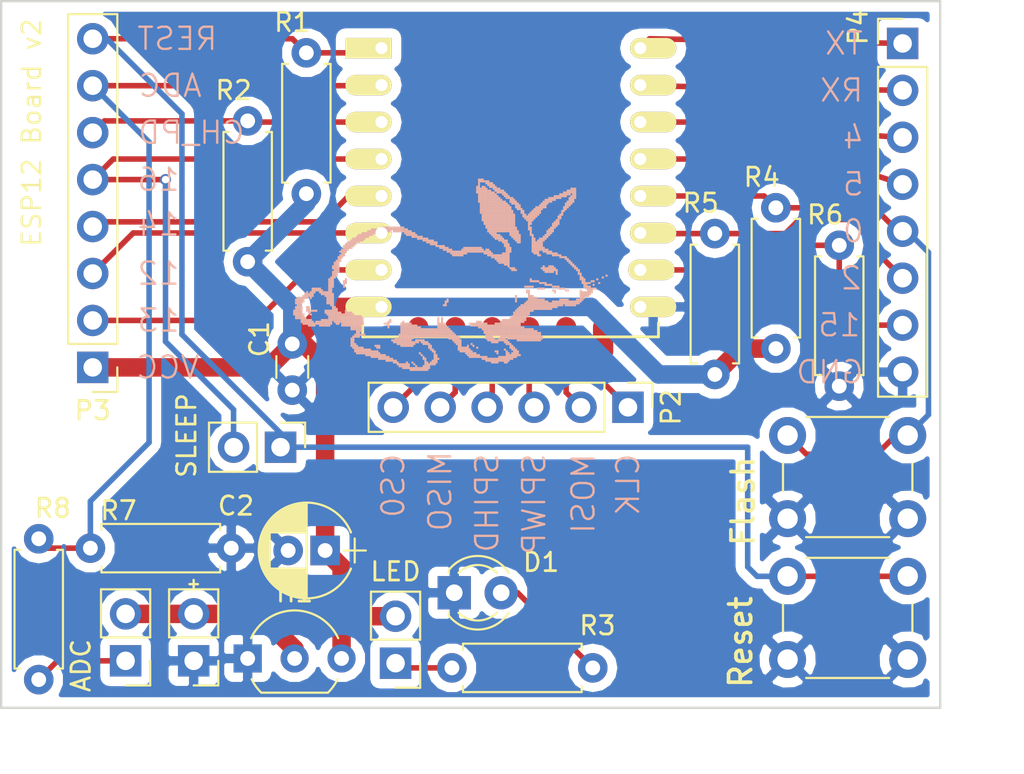
<source format=kicad_pcb>
(kicad_pcb (version 4) (host pcbnew 4.0.6)
  (layers (0 F.Cu signal hide) (31 B.Cu signal) (34 B.Paste user) (35 F.Paste user) (36 B.SilkS user) (37 F.SilkS user) (38 B.Mask user) (39 F.Mask user) (44 Edge.Cuts user))
  (net 0 "")
  (net 1 /VCC)
  (net 2 GND)
  (net 3 "Net-(D1-Pad2)")
  (net 4 /VIN)
  (net 5 "Net-(JP1-Pad1)")
  (net 6 /REST)
  (net 7 /GPIO16)
  (net 8 "Net-(JP3-Pad1)")
  (net 9 /SCLK)
  (net 10 /MOSI)
  (net 11 /GPIO10)
  (net 12 /GPIO09)
  (net 13 /MISO)
  (net 14 /CSO)
  (net 15 /GPIO13)
  (net 16 /GPIO12)
  (net 17 /GPIO14)
  (net 18 /ADC)
  (net 19 /TX)
  (net 20 /RX)
  (net 21 /GPIO5)
  (net 22 /GPIO4)
  (net 23 /GPIO0)
  (net 24 /GPIO2)
  (net 25 /GPIO15)
  (net 26 /CH_PD)
  (module Resistors_THT:R_Axial_DIN0207_L6.3mm_D2.5mm_P7.62mm_Horizontal (layer F.Cu) (at 163.703 85.344 90)
    (fp_text reference R4 (at 9.271 -0.762 180) (layer F.SilkS))
    (fp_text value 10K)
    (pad 1 thru_hole circle (at 0 0 90) (size 1.6 1.6) (drill 0.8) (layers *.Cu *.Mask) (net 1 /VCC))
    (pad 2 thru_hole oval (at 7.62 0 90) (size 1.6 1.6) (drill 0.8) (layers *.Cu *.Mask) (net 23 /GPIO0))
  )
  (module Capacitors_THT:C_Disc_D3.0mm_W1.6mm_P2.50mm (layer F.Cu) (at 137.541 85.09 270)
    (fp_text reference C1 (at -0.254 1.778 270) (layer F.SilkS))
    (fp_text value 100nF)
    (pad 1 thru_hole circle (at 0 0 270) (size 1.6 1.6) (drill 0.8) (layers *.Cu *.Mask) (net 1 /VCC))
    (pad 2 thru_hole circle (at 2.5 0 270) (size 1.6 1.6) (drill 0.8) (layers *.Cu *.Mask) (net 2 GND))
  )
  (module Capacitors_THT:CP_Radial_D5.0mm_P2.00mm (layer F.Cu) (at 139.319 96.266 180)
    (fp_text reference C2 (at 4.826 2.413 180) (layer F.SilkS))
    (fp_text value 0.1uF)
    (pad 1 thru_hole rect (at 0 0 180) (size 1.6 1.6) (drill 0.8) (layers *.Cu *.Mask) (net 1 /VCC))
    (pad 2 thru_hole circle (at 2 0 180) (size 1.6 1.6) (drill 0.8) (layers *.Cu *.Mask) (net 2 GND))
  )
  (module LEDs:LED_D3.0mm (layer F.Cu) (at 146.304 98.552)
    (fp_text reference D1 (at 4.699 -1.651) (layer F.SilkS))
    (fp_text value LED)
    (pad 1 thru_hole rect (at 0 0) (size 1.8 1.8) (drill 0.9) (layers *.Cu *.Mask) (net 2 GND))
    (pad 2 thru_hole circle (at 2.54 0) (size 1.8 1.8) (drill 0.9) (layers *.Cu *.Mask) (net 3 "Net-(D1-Pad2)"))
  )
  (module Pin_Headers:Pin_Header_Straight_1x02_Pitch2.54mm (layer F.Cu) (at 143.129 102.362 180)
    (fp_text reference LED (at 0 4.953 180) (layer F.SilkS))
    (fp_text value Jumper)
    (pad 1 thru_hole rect (at 0 0 180) (size 1.7 1.7) (drill 1) (layers *.Cu *.Mask) (net 5 "Net-(JP1-Pad1)"))
    (pad 2 thru_hole oval (at 0 2.54 180) (size 1.7 1.7) (drill 1) (layers *.Cu *.Mask) (net 1 /VCC))
  )
  (module Pin_Headers:Pin_Header_Straight_1x02_Pitch2.54mm (layer F.Cu) (at 136.906 90.678 270)
    (fp_text reference SLEEP (at -0.635 5.08 270) (layer F.SilkS))
    (fp_text value Jumper)
    (pad 1 thru_hole rect (at 0 0 270) (size 1.7 1.7) (drill 1) (layers *.Cu *.Mask) (net 6 /REST))
    (pad 2 thru_hole oval (at 0 2.54 270) (size 1.7 1.7) (drill 1) (layers *.Cu *.Mask) (net 7 /GPIO16))
  )
  (module Pin_Headers:Pin_Header_Straight_1x02_Pitch2.54mm (layer F.Cu) (at 128.524 102.235 180)
    (fp_text reference ADC (at 2.413 -0.254 270) (layer F.SilkS))
    (fp_text value Jumper)
    (pad 1 thru_hole rect (at 0 0 180) (size 1.7 1.7) (drill 1) (layers *.Cu *.Mask) (net 8 "Net-(JP3-Pad1)"))
    (pad 2 thru_hole oval (at 0 2.54 180) (size 1.7 1.7) (drill 1) (layers *.Cu *.Mask) (net 4 /VIN))
  )
  (module Pin_Headers:Pin_Header_Straight_1x02_Pitch2.54mm (layer F.Cu) (at 132.207 102.235 180)
    (fp_text reference IN hide)
    (fp_text value CONN_01X02)
    (pad 1 thru_hole rect (at 0 0 180) (size 1.7 1.7) (drill 1) (layers *.Cu *.Mask) (net 2 GND))
    (pad 2 thru_hole oval (at 0 2.54 180) (size 1.7 1.7) (drill 1) (layers *.Cu *.Mask) (net 4 /VIN))
  )
  (module Pin_Headers:Pin_Header_Straight_1x06_Pitch2.54mm (layer F.Cu) (at 155.702 88.519 270)
    (fp_text reference P2 (at 0 -2.33 270) (layer F.SilkS))
    (fp_text value CONN_01X06)
    (pad 1 thru_hole rect (at 0 0 270) (size 1.7 1.7) (drill 1) (layers *.Cu *.Mask) (net 9 /SCLK))
    (pad 2 thru_hole oval (at 0 2.54 270) (size 1.7 1.7) (drill 1) (layers *.Cu *.Mask) (net 10 /MOSI))
    (pad 3 thru_hole oval (at 0 5.08 270) (size 1.7 1.7) (drill 1) (layers *.Cu *.Mask) (net 11 /GPIO10))
    (pad 4 thru_hole oval (at 0 7.62 270) (size 1.7 1.7) (drill 1) (layers *.Cu *.Mask) (net 12 /GPIO09))
    (pad 5 thru_hole oval (at 0 10.16 270) (size 1.7 1.7) (drill 1) (layers *.Cu *.Mask) (net 13 /MISO))
    (pad 6 thru_hole oval (at 0 12.7 270) (size 1.7 1.7) (drill 1) (layers *.Cu *.Mask) (net 14 /CSO))
  )
  (module Pin_Headers:Pin_Header_Straight_1x08_Pitch2.54mm (layer F.Cu) (at 126.746 86.36 180)
    (fp_text reference P3 (at 0 -2.33 180) (layer F.SilkS))
    (fp_text value CONN_01X08)
    (pad 1 thru_hole rect (at 0 0 180) (size 1.7 1.7) (drill 1) (layers *.Cu *.Mask) (net 1 /VCC))
    (pad 2 thru_hole oval (at 0 2.54 180) (size 1.7 1.7) (drill 1) (layers *.Cu *.Mask) (net 15 /GPIO13))
    (pad 3 thru_hole oval (at 0 5.08 180) (size 1.7 1.7) (drill 1) (layers *.Cu *.Mask) (net 16 /GPIO12))
    (pad 4 thru_hole oval (at 0 7.62 180) (size 1.7 1.7) (drill 1) (layers *.Cu *.Mask) (net 17 /GPIO14))
    (pad 5 thru_hole oval (at 0 10.16 180) (size 1.7 1.7) (drill 1) (layers *.Cu *.Mask) (net 7 /GPIO16))
    (pad 6 thru_hole oval (at 0 12.7 180) (size 1.7 1.7) (drill 1) (layers *.Cu *.Mask) (net 26 /CH_PD))
    (pad 7 thru_hole oval (at 0 15.24 180) (size 1.7 1.7) (drill 1) (layers *.Cu *.Mask) (net 18 /ADC))
    (pad 8 thru_hole oval (at 0 17.78 180) (size 1.7 1.7) (drill 1) (layers *.Cu *.Mask) (net 6 /REST))
  )
  (module Pin_Headers:Pin_Header_Straight_1x08_Pitch2.54mm (layer F.Cu) (at 170.561 68.834)
    (fp_text reference P4 (at -2.413 -0.889 90) (layer F.SilkS))
    (fp_text value CONN_01X08)
    (pad 1 thru_hole rect (at 0 0) (size 1.7 1.7) (drill 1) (layers *.Cu *.Mask) (net 19 /TX))
    (pad 2 thru_hole oval (at 0 2.54) (size 1.7 1.7) (drill 1) (layers *.Cu *.Mask) (net 20 /RX))
    (pad 3 thru_hole oval (at 0 5.08) (size 1.7 1.7) (drill 1) (layers *.Cu *.Mask) (net 21 /GPIO5))
    (pad 4 thru_hole oval (at 0 7.62) (size 1.7 1.7) (drill 1) (layers *.Cu *.Mask) (net 22 /GPIO4))
    (pad 5 thru_hole oval (at 0 10.16) (size 1.7 1.7) (drill 1) (layers *.Cu *.Mask) (net 23 /GPIO0))
    (pad 6 thru_hole oval (at 0 12.7) (size 1.7 1.7) (drill 1) (layers *.Cu *.Mask) (net 24 /GPIO2))
    (pad 7 thru_hole oval (at 0 15.24) (size 1.7 1.7) (drill 1) (layers *.Cu *.Mask) (net 25 /GPIO15))
    (pad 8 thru_hole oval (at 0 17.78) (size 1.7 1.7) (drill 1) (layers *.Cu *.Mask) (net 2 GND))
  )
  (module Resistors_THT:R_Axial_DIN0207_L6.3mm_D2.5mm_P7.62mm_Horizontal (layer F.Cu) (at 138.303 69.342 270)
    (fp_text reference R1 (at -1.651 0.762 360) (layer F.SilkS))
    (fp_text value 10K)
    (pad 1 thru_hole circle (at 0 0 270) (size 1.6 1.6) (drill 0.8) (layers *.Cu *.Mask) (net 6 /REST))
    (pad 2 thru_hole oval (at 7.62 0 270) (size 1.6 1.6) (drill 0.8) (layers *.Cu *.Mask) (net 1 /VCC))
  )
  (module Resistors_THT:R_Axial_DIN0207_L6.3mm_D2.5mm_P7.62mm_Horizontal (layer F.Cu) (at 135.128 73.025 270)
    (fp_text reference R2 (at -1.651 0.762 360) (layer F.SilkS))
    (fp_text value 10K)
    (pad 1 thru_hole circle (at 0 0 270) (size 1.6 1.6) (drill 0.8) (layers *.Cu *.Mask) (net 26 /CH_PD))
    (pad 2 thru_hole oval (at 7.62 0 270) (size 1.6 1.6) (drill 0.8) (layers *.Cu *.Mask) (net 1 /VCC))
  )
  (module Resistors_THT:R_Axial_DIN0207_L6.3mm_D2.5mm_P7.62mm_Horizontal (layer F.Cu) (at 146.177 102.616)
    (fp_text reference R3 (at 7.874 -2.286) (layer F.SilkS))
    (fp_text value 1K)
    (pad 1 thru_hole circle (at 0 0) (size 1.6 1.6) (drill 0.8) (layers *.Cu *.Mask) (net 5 "Net-(JP1-Pad1)"))
    (pad 2 thru_hole oval (at 7.62 0) (size 1.6 1.6) (drill 0.8) (layers *.Cu *.Mask) (net 3 "Net-(D1-Pad2)"))
  )
  (module Resistors_THT:R_Axial_DIN0207_L6.3mm_D2.5mm_P7.62mm_Horizontal (layer F.Cu) (at 160.401 86.741 90)
    (fp_text reference R5 (at 9.271 -0.762 180) (layer F.SilkS))
    (fp_text value 10K)
    (pad 1 thru_hole circle (at 0 0 90) (size 1.6 1.6) (drill 0.8) (layers *.Cu *.Mask) (net 1 /VCC))
    (pad 2 thru_hole oval (at 7.62 0 90) (size 1.6 1.6) (drill 0.8) (layers *.Cu *.Mask) (net 24 /GPIO2))
  )
  (module Resistors_THT:R_Axial_DIN0207_L6.3mm_D2.5mm_P7.62mm_Horizontal (layer F.Cu) (at 167.132 87.376 90)
    (fp_text reference R6 (at 9.271 -0.762 180) (layer F.SilkS))
    (fp_text value 10K)
    (pad 1 thru_hole circle (at 0 0 90) (size 1.6 1.6) (drill 0.8) (layers *.Cu *.Mask) (net 2 GND))
    (pad 2 thru_hole oval (at 7.62 0 90) (size 1.6 1.6) (drill 0.8) (layers *.Cu *.Mask) (net 25 /GPIO15))
  )
  (module Resistors_THT:R_Axial_DIN0207_L6.3mm_D2.5mm_P7.62mm_Horizontal (layer F.Cu) (at 126.619 96.139)
    (fp_text reference R7 (at 1.524 -2.032) (layer F.SilkS))
    (fp_text value 100K)
    (pad 1 thru_hole circle (at 0 0) (size 1.6 1.6) (drill 0.8) (layers *.Cu *.Mask) (net 18 /ADC))
    (pad 2 thru_hole oval (at 7.62 0) (size 1.6 1.6) (drill 0.8) (layers *.Cu *.Mask) (net 2 GND))
  )
  (module Resistors_THT:R_Axial_DIN0207_L6.3mm_D2.5mm_P7.62mm_Horizontal (layer F.Cu) (at 123.825 103.251 90)
    (fp_text reference R8 (at 9.271 0.762 180) (layer F.SilkS))
    (fp_text value 470K)
    (pad 1 thru_hole circle (at 0 0 90) (size 1.6 1.6) (drill 0.8) (layers *.Cu *.Mask) (net 8 "Net-(JP3-Pad1)"))
    (pad 2 thru_hole oval (at 7.62 0 90) (size 1.6 1.6) (drill 0.8) (layers *.Cu *.Mask) (net 18 /ADC))
  )
  (module Buttons_Switches_THT:SW_PUSH_6mm (layer F.Cu) (at 164.338 97.663)
    (fp_text reference SW1 hide)
    (fp_text value SW_Push)
    (pad 2 thru_hole circle (at 0 4.5 90) (size 2 2) (drill 1.1) (layers *.Cu *.Mask) (net 2 GND))
    (pad 1 thru_hole circle (at 0 0 90) (size 2 2) (drill 1.1) (layers *.Cu *.Mask) (net 6 /REST))
    (pad 2 thru_hole circle (at 6.5 4.5 90) (size 2 2) (drill 1.1) (layers *.Cu *.Mask) (net 2 GND))
    (pad 1 thru_hole circle (at 6.5 0 90) (size 2 2) (drill 1.1) (layers *.Cu *.Mask) (net 6 /REST))
  )
  (module Buttons_Switches_THT:SW_PUSH_6mm (layer F.Cu) (at 164.338 90.043)
    (fp_text reference SW2 hide)
    (fp_text value SW_Push)
    (pad 2 thru_hole circle (at 0 4.5 90) (size 2 2) (drill 1.1) (layers *.Cu *.Mask) (net 2 GND))
    (pad 1 thru_hole circle (at 0 0 90) (size 2 2) (drill 1.1) (layers *.Cu *.Mask) (net 23 /GPIO0))
    (pad 2 thru_hole circle (at 6.5 4.5 90) (size 2 2) (drill 1.1) (layers *.Cu *.Mask) (net 2 GND))
    (pad 1 thru_hole circle (at 6.5 0 90) (size 2 2) (drill 1.1) (layers *.Cu *.Mask) (net 23 /GPIO0))
  )
  (module ESP8266:ESP-12E (layer F.Cu) (at 142.367 69.088)
    (fp_text reference U1 hide)
    (fp_text value ESP-12E)
    (pad 1 thru_hole rect (at 0 0) (size 2.5 1.1) (drill 0.65 (offset -0.7 0)) (layers *.Cu *.Mask F.SilkS) (net 6 /REST))
    (pad 2 thru_hole oval (at 0 2) (size 2.5 1.1) (drill 0.65 (offset -0.7 0)) (layers *.Cu *.Mask F.SilkS) (net 18 /ADC))
    (pad 3 thru_hole oval (at 0 4) (size 2.5 1.1) (drill 0.65 (offset -0.7 0)) (layers *.Cu *.Mask F.SilkS) (net 26 /CH_PD))
    (pad 4 thru_hole oval (at 0 6) (size 2.5 1.1) (drill 0.65 (offset -0.7 0)) (layers *.Cu *.Mask F.SilkS) (net 7 /GPIO16))
    (pad 5 thru_hole oval (at 0 8) (size 2.5 1.1) (drill 0.65 (offset -0.7 0)) (layers *.Cu *.Mask F.SilkS) (net 17 /GPIO14))
    (pad 6 thru_hole oval (at 0 10) (size 2.5 1.1) (drill 0.65 (offset -0.7 0)) (layers *.Cu *.Mask F.SilkS) (net 16 /GPIO12))
    (pad 7 thru_hole oval (at 0 12) (size 2.5 1.1) (drill 0.65 (offset -0.7 0)) (layers *.Cu *.Mask F.SilkS) (net 15 /GPIO13))
    (pad 8 thru_hole oval (at 0 14) (size 2.5 1.1) (drill 0.65 (offset -0.7 0)) (layers *.Cu *.Mask F.SilkS) (net 1 /VCC))
    (pad 9 thru_hole oval (at 14 14) (size 2.5 1.1) (drill 0.65 (offset 0.7 0)) (layers *.Cu *.Mask F.SilkS) (net 2 GND))
    (pad 10 thru_hole oval (at 14 12) (size 2.5 1.1) (drill 0.65 (offset 0.6 0)) (layers *.Cu *.Mask F.SilkS) (net 25 /GPIO15))
    (pad 11 thru_hole oval (at 14 10) (size 2.5 1.1) (drill 0.65 (offset 0.7 0)) (layers *.Cu *.Mask F.SilkS) (net 24 /GPIO2))
    (pad 12 thru_hole oval (at 14 8) (size 2.5 1.1) (drill 0.65 (offset 0.7 0)) (layers *.Cu *.Mask F.SilkS) (net 23 /GPIO0))
    (pad 13 thru_hole oval (at 14 6) (size 2.5 1.1) (drill 0.65 (offset 0.7 0)) (layers *.Cu *.Mask F.SilkS) (net 22 /GPIO4))
    (pad 14 thru_hole oval (at 14 4) (size 2.5 1.1) (drill 0.65 (offset 0.7 0)) (layers *.Cu *.Mask F.SilkS) (net 21 /GPIO5))
    (pad 15 thru_hole oval (at 14 2) (size 2.5 1.1) (drill 0.65 (offset 0.7 0)) (layers *.Cu *.Mask F.SilkS) (net 20 /RX))
    (pad 16 thru_hole oval (at 14 0) (size 2.5 1.1) (drill 0.65 (offset 0.7 0)) (layers *.Cu *.Mask F.SilkS) (net 19 /TX))
    (pad 17 smd oval (at 1.99 15.75 90) (size 2.4 1.1) (layers F.Cu F.Paste F.Mask) (net 14 /CSO))
    (pad 18 smd oval (at 3.99 15.75 90) (size 2.4 1.1) (layers F.Cu F.Paste F.Mask) (net 13 /MISO))
    (pad 19 smd oval (at 5.99 15.75 90) (size 2.4 1.1) (layers F.Cu F.Paste F.Mask) (net 12 /GPIO09))
    (pad 20 smd oval (at 7.99 15.75 90) (size 2.4 1.1) (layers F.Cu F.Paste F.Mask) (net 11 /GPIO10))
    (pad 21 smd oval (at 9.99 15.75 90) (size 2.4 1.1) (layers F.Cu F.Paste F.Mask) (net 10 /MOSI))
    (pad 22 smd oval (at 11.99 15.75 90) (size 2.4 1.1) (layers F.Cu F.Paste F.Mask) (net 9 /SCLK))
  )
  (module TO_SOT_Packages_THT:TO-92_Inline_Wide (layer F.Cu) (at 135.128 102.108)
    (fp_text reference H1 (at 2.54 -3.56 180) (layer F.SilkS))
    (fp_text value HT7333)
    (pad 2 thru_hole circle (at 2.54 0 90) (size 1.52 1.52) (drill 0.8) (layers *.Cu *.Mask) (net 4 /VIN))
    (pad 3 thru_hole circle (at 5.08 0 90) (size 1.52 1.52) (drill 0.8) (layers *.Cu *.Mask) (net 1 /VCC))
    (pad 1 thru_hole rect (at 0 0 90) (size 1.52 1.52) (drill 0.8) (layers *.Cu *.Mask) (net 2 GND))
  )
  (module ESP12:newlogo (layer B.Cu) (at 155.194 75.946 180)
    (fp_text reference LOGO hide)
    (fp_text value "" (at 0 0 180) (layer B.SilkS) (effects (justify mirror)))
  )
  (gr_text + (at 132.207 98.044) (layer F.SilkS) (effects (font (size 0.6 0.6) (thickness 0.127))))
  (gr_line (start 121.793 66.548) (end 172.593 66.548) (angle 90) (layer Edge.Cuts) (width 0.127))
  (gr_line (start 121.793 104.775) (end 121.793 66.548) (angle 90) (layer Edge.Cuts) (width 0.127))
  (gr_line (start 172.593 104.775) (end 121.793 104.775) (angle 90) (layer Edge.Cuts) (width 0.127))
  (gr_line (start 172.593 66.548) (end 172.593 104.775) (angle 90) (layer Edge.Cuts) (width 0.127))
  (gr_text Flash (at 161.925 93.599 90) (layer F.SilkS) (effects (font (size 1.2 1.2) (thickness 0.2))))
  (gr_text Reset (at 161.798 101.219 90) (layer F.SilkS) (effects (font (size 1.2 1.2) (thickness 0.2))))
  (gr_text CLK (at 155.702 90.932 90) (layer B.SilkS) (effects (font (size 1.2 1.2) (thickness 0.127)) (justify left mirror)))
  (gr_text MOSI (at 153.289 90.932 90) (layer B.SilkS) (effects (font (size 1.2 1.2) (thickness 0.127)) (justify left mirror)))
  (gr_text SPIWP (at 150.622 90.932 90) (layer B.SilkS) (effects (font (size 1.2 1.2) (thickness 0.127)) (justify left mirror)))
  (gr_text SPIHD (at 148.082 90.932 90) (layer B.SilkS) (effects (font (size 1.2 1.2) (thickness 0.127)) (justify left mirror)))
  (gr_text MISO (at 145.542 90.805 90) (layer B.SilkS) (effects (font (size 1.2 1.2) (thickness 0.127)) (justify left mirror)))
  (gr_text CS0 (at 143.002 90.932 90) (layer B.SilkS) (effects (font (size 1.2 1.2) (thickness 0.127)) (justify left mirror)))
  (gr_text TX (at 167.386 68.834) (layer B.SilkS) (effects (font (size 1.2 1.2) (thickness 0.127)) (justify mirror)))
  (gr_text RX (at 167.259 71.374) (layer B.SilkS) (effects (font (size 1.2 1.2) (thickness 0.127)) (justify mirror)))
  (gr_text 4 (at 167.894 73.914) (layer B.SilkS) (effects (font (size 1.2 1.2) (thickness 0.127)) (justify mirror)))
  (gr_text 5 (at 167.894 76.454) (layer B.SilkS) (effects (font (size 1.2 1.2) (thickness 0.127)) (justify mirror)))
  (gr_text 0 (at 167.894 78.994) (layer B.SilkS) (effects (font (size 1.2 1.2) (thickness 0.127)) (justify mirror)))
  (gr_text 2 (at 167.767 81.534) (layer B.SilkS) (effects (font (size 1.2 1.2) (thickness 0.127)) (justify mirror)))
  (gr_text 15 (at 167.132 84.074) (layer B.SilkS) (effects (font (size 1.2 1.2) (thickness 0.127)) (justify mirror)))
  (gr_text GND (at 166.624 86.614) (layer B.SilkS) (effects (font (size 1.2 1.2) (thickness 0.127)) (justify mirror)))
  (gr_text REST (at 131.318 68.58) (layer B.SilkS) (effects (font (size 1.2 1.2) (thickness 0.127)) (justify mirror)))
  (gr_text ADC (at 130.937 71.12) (layer B.SilkS) (effects (font (size 1.2 1.2) (thickness 0.127)) (justify mirror)))
  (gr_text CH_PD (at 132.08 73.66) (layer B.SilkS) (effects (font (size 1.2 1.2) (thickness 0.127)) (justify mirror)))
  (gr_text 16 (at 130.302 76.2) (layer B.SilkS) (effects (font (size 1.2 1.2) (thickness 0.127)) (justify mirror)))
  (gr_text 14 (at 130.302 78.613) (layer B.SilkS) (effects (font (size 1.2 1.2) (thickness 0.127)) (justify mirror)))
  (gr_text 12 (at 130.302 81.28) (layer B.SilkS) (effects (font (size 1.2 1.2) (thickness 0.127)) (justify mirror)))
  (gr_text 13 (at 130.302 83.82) (layer B.SilkS) (effects (font (size 1.2 1.2) (thickness 0.127)) (justify mirror)))
  (gr_text VCC (at 130.81 86.36) (layer B.SilkS) (effects (font (size 1.2 1.2) (thickness 0.127)) (justify mirror)))
  (gr_text "ESP12 Board v2" (at 123.444 73.66 90) (layer F.SilkS) (effects (font (size 1 1) (thickness 0.127))))
  (segment (start 163.703 85.344) (end 161.798 85.344) (width 1) (layer F.Cu) (net 1))
  (segment (start 161.798 85.344) (end 160.401 86.741) (width 1) (layer F.Cu) (net 1))
  (segment (start 139.319 96.266) (end 139.319 86.233) (width 1) (layer F.Cu) (net 1))
  (segment (start 139.319 86.233) (end 138.176 85.09) (width 1) (layer F.Cu) (net 1))
  (segment (start 138.176 85.09) (end 137.541 85.09) (width 1) (layer F.Cu) (net 1))
  (segment (start 143.129 99.822) (end 140.843 99.822) (width 1) (layer F.Cu) (net 1))
  (segment (start 140.843 99.822) (end 140.208 100.457) (width 1) (layer F.Cu) (net 1))
  (segment (start 140.208 102.108) (end 140.208 100.457) (width 1) (layer F.Cu) (net 1))
  (segment (start 140.208 100.457) (end 140.208 97.155) (width 1) (layer F.Cu) (net 1))
  (segment (start 140.208 97.155) (end 139.319 96.266) (width 1) (layer F.Cu) (net 1))
  (segment (start 138.303 76.962) (end 138.303 77.47) (width 1) (layer B.Cu) (net 1))
  (segment (start 138.303 77.47) (end 135.128 80.645) (width 1) (layer B.Cu) (net 1))
  (segment (start 137.541 85.09) (end 137.541 83.058) (width 1) (layer B.Cu) (net 1))
  (segment (start 137.541 83.058) (end 135.128 80.645) (width 1) (layer B.Cu) (net 1))
  (segment (start 142.367 83.088) (end 153.7 83.088) (width 1) (layer B.Cu) (net 1))
  (segment (start 157.353 86.741) (end 160.401 86.741) (width 1) (layer B.Cu) (net 1))
  (segment (start 153.7 83.088) (end 157.353 86.741) (width 1) (layer B.Cu) (net 1))
  (segment (start 126.746 86.36) (end 136.271 86.36) (width 1) (layer F.Cu) (net 1))
  (segment (start 136.271 86.36) (end 137.541 85.09) (width 1) (layer F.Cu) (net 1))
  (segment (start 142.367 83.088) (end 139.543 83.088) (width 1) (layer F.Cu) (net 1))
  (segment (start 139.543 83.088) (end 137.541 85.09) (width 1) (layer F.Cu) (net 1))
  (segment (start 160.401 87.249) (end 160.401 86.741) (width 0.3) (layer F.Cu) (net 1))
  (segment (start 148.844 98.552) (end 149.733 98.552) (width 0.3) (layer F.Cu) (net 3))
  (segment (start 149.733 98.552) (end 153.797 102.616) (width 0.3) (layer F.Cu) (net 3))
  (segment (start 128.524 99.695) (end 132.207 99.695) (width 1) (layer F.Cu) (net 4))
  (segment (start 137.668 102.108) (end 137.668 101.6) (width 1) (layer F.Cu) (net 4))
  (segment (start 137.668 101.6) (end 135.763 99.695) (width 1) (layer F.Cu) (net 4))
  (segment (start 135.763 99.695) (end 132.207 99.695) (width 1) (layer F.Cu) (net 4))
  (segment (start 146.177 102.616) (end 143.383 102.616) (width 0.3) (layer F.Cu) (net 5))
  (segment (start 143.383 102.616) (end 143.129 102.362) (width 0.3) (layer F.Cu) (net 5))
  (segment (start 126.746 68.58) (end 127.508 68.58) (width 0.3) (layer B.Cu) (net 6))
  (segment (start 127.508 68.58) (end 131.572 72.644) (width 0.3) (layer B.Cu) (net 6))
  (segment (start 131.572 84.582) (end 136.906 89.916) (width 0.3) (layer B.Cu) (net 6))
  (segment (start 131.572 72.644) (end 131.572 84.582) (width 0.3) (layer B.Cu) (net 6))
  (segment (start 136.906 89.916) (end 136.906 90.678) (width 0.3) (layer B.Cu) (net 6))
  (segment (start 164.338 97.663) (end 162.687 97.663) (width 0.3) (layer B.Cu) (net 6))
  (segment (start 162.179 90.678) (end 136.906 90.678) (width 0.3) (layer B.Cu) (net 6))
  (segment (start 162.179 97.155) (end 162.179 90.678) (width 0.3) (layer B.Cu) (net 6))
  (segment (start 162.687 97.663) (end 162.179 97.155) (width 0.3) (layer B.Cu) (net 6))
  (segment (start 164.338 97.663) (end 170.838 97.663) (width 0.3) (layer F.Cu) (net 6))
  (segment (start 138.303 69.342) (end 142.113 69.342) (width 0.3) (layer F.Cu) (net 6))
  (segment (start 142.113 69.342) (end 142.367 69.088) (width 0.3) (layer F.Cu) (net 6))
  (segment (start 126.746 68.58) (end 137.541 68.58) (width 0.3) (layer F.Cu) (net 6))
  (segment (start 137.541 68.58) (end 138.303 69.342) (width 0.3) (layer F.Cu) (net 6))
  (segment (start 126.746 76.2) (end 130.683 76.2) (width 0.3) (layer F.Cu) (net 7))
  (segment (start 134.366 88.646) (end 130.683 84.963) (width 0.3) (layer B.Cu) (net 7))
  (segment (start 130.683 84.963) (end 130.683 76.2) (width 0.3) (layer B.Cu) (net 7))
  (via (at 130.683 76.2) (size 0.6) (drill 0.4) (layers F.Cu B.Cu) (net 7))
  (segment (start 134.366 88.646) (end 134.366 90.678) (width 0.3) (layer B.Cu) (net 7))
  (segment (start 142.367 75.088) (end 127.858 75.088) (width 0.3) (layer F.Cu) (net 7))
  (segment (start 127.858 75.088) (end 126.746 76.2) (width 0.3) (layer F.Cu) (net 7))
  (segment (start 128.524 102.235) (end 124.841 102.235) (width 0.3) (layer F.Cu) (net 8))
  (segment (start 124.841 102.235) (end 123.825 103.251) (width 0.3) (layer F.Cu) (net 8))
  (segment (start 154.357 84.838) (end 154.357 87.174) (width 0.3) (layer F.Cu) (net 9))
  (segment (start 154.357 87.174) (end 155.702 88.519) (width 0.3) (layer F.Cu) (net 9))
  (segment (start 152.357 84.838) (end 152.357 87.714) (width 0.3) (layer F.Cu) (net 10))
  (segment (start 152.357 87.714) (end 153.162 88.519) (width 0.3) (layer F.Cu) (net 10))
  (segment (start 150.357 84.838) (end 150.357 88.254) (width 0.3) (layer F.Cu) (net 11))
  (segment (start 150.357 88.254) (end 150.622 88.519) (width 0.3) (layer F.Cu) (net 11))
  (segment (start 148.357 84.838) (end 148.357 88.244) (width 0.3) (layer F.Cu) (net 12))
  (segment (start 148.357 88.244) (end 148.082 88.519) (width 0.3) (layer F.Cu) (net 12))
  (segment (start 146.357 84.838) (end 146.357 87.704) (width 0.3) (layer F.Cu) (net 13))
  (segment (start 146.357 87.704) (end 145.542 88.519) (width 0.3) (layer F.Cu) (net 13))
  (segment (start 144.357 84.838) (end 144.357 87.164) (width 0.3) (layer F.Cu) (net 14))
  (segment (start 144.357 87.164) (end 143.002 88.519) (width 0.3) (layer F.Cu) (net 14))
  (segment (start 126.746 83.82) (end 135.636 83.82) (width 0.3) (layer F.Cu) (net 15))
  (segment (start 138.368 81.088) (end 142.367 81.088) (width 0.3) (layer F.Cu) (net 15))
  (segment (start 135.636 83.82) (end 138.368 81.088) (width 0.3) (layer F.Cu) (net 15))
  (segment (start 142.367 79.088) (end 128.938 79.088) (width 0.3) (layer F.Cu) (net 16))
  (segment (start 128.938 79.088) (end 126.746 81.28) (width 0.3) (layer F.Cu) (net 16))
  (segment (start 142.367 77.088) (end 140.59 77.088) (width 0.3) (layer F.Cu) (net 17))
  (segment (start 140.59 77.088) (end 139.192 78.486) (width 0.3) (layer F.Cu) (net 17))
  (segment (start 139.192 78.486) (end 127 78.486) (width 0.3) (layer F.Cu) (net 17))
  (segment (start 127 78.486) (end 126.746 78.74) (width 0.3) (layer F.Cu) (net 17))
  (segment (start 126.619 96.139) (end 126.619 93.599) (width 0.3) (layer B.Cu) (net 18))
  (segment (start 129.794 74.168) (end 126.746 71.12) (width 0.3) (layer B.Cu) (net 18))
  (segment (start 129.794 90.424) (end 129.794 74.168) (width 0.3) (layer B.Cu) (net 18))
  (segment (start 126.619 93.599) (end 129.794 90.424) (width 0.3) (layer B.Cu) (net 18))
  (segment (start 126.619 96.139) (end 124.333 96.139) (width 0.3) (layer F.Cu) (net 18))
  (segment (start 124.333 96.139) (end 123.825 95.631) (width 0.3) (layer F.Cu) (net 18))
  (segment (start 126.746 71.12) (end 127.254 71.12) (width 0.3) (layer B.Cu) (net 18))
  (segment (start 126.746 71.12) (end 142.335 71.12) (width 0.3) (layer F.Cu) (net 18))
  (segment (start 142.335 71.12) (end 142.367 71.088) (width 0.3) (layer F.Cu) (net 18))
  (segment (start 156.367 69.088) (end 156.875 68.58) (width 0.3) (layer F.Cu) (net 19))
  (segment (start 156.875 68.58) (end 170.561 68.834) (width 0.3) (layer F.Cu) (net 19))
  (segment (start 170.561 71.374) (end 156.399 71.12) (width 0.3) (layer F.Cu) (net 20))
  (segment (start 156.399 71.12) (end 156.367 71.088) (width 0.3) (layer F.Cu) (net 20))
  (segment (start 170.561 73.914) (end 166.310919 73.66) (width 0.3) (layer F.Cu) (net 21))
  (segment (start 166.310919 73.66) (end 165.738919 73.088) (width 0.3) (layer F.Cu) (net 21))
  (segment (start 165.738919 73.088) (end 156.367 73.088) (width 0.3) (layer F.Cu) (net 21))
  (segment (start 170.561 76.454) (end 166.401 75.088) (width 0.3) (layer F.Cu) (net 22))
  (segment (start 166.401 75.088) (end 156.367 75.088) (width 0.3) (layer F.Cu) (net 22))
  (segment (start 170.561 78.994) (end 170.307 78.994) (width 0.3) (layer F.Cu) (net 23))
  (segment (start 170.307 78.994) (end 169.037 77.724) (width 0.3) (layer F.Cu) (net 23))
  (segment (start 169.037 77.724) (end 163.703 77.724) (width 0.3) (layer F.Cu) (net 23))
  (segment (start 170.561 78.994) (end 170.815 78.994) (width 0.3) (layer B.Cu) (net 23))
  (segment (start 170.815 78.994) (end 171.958 80.137) (width 0.3) (layer B.Cu) (net 23))
  (segment (start 171.958 88.923) (end 170.838 90.043) (width 0.3) (layer B.Cu) (net 23))
  (segment (start 171.958 80.137) (end 171.958 88.923) (width 0.3) (layer B.Cu) (net 23))
  (segment (start 170.688 90.043) (end 170.838 90.043) (width 0.3) (layer B.Cu) (net 23))
  (segment (start 170.838 90.043) (end 170.18 90.043) (width 0.3) (layer F.Cu) (net 23))
  (segment (start 170.18 90.043) (end 169.164 91.059) (width 0.3) (layer F.Cu) (net 23))
  (segment (start 169.164 91.059) (end 165.354 91.059) (width 0.3) (layer F.Cu) (net 23))
  (segment (start 165.354 91.059) (end 164.338 90.043) (width 0.3) (layer F.Cu) (net 23))
  (segment (start 156.367 77.088) (end 163.067 77.088) (width 0.3) (layer F.Cu) (net 23))
  (segment (start 163.067 77.088) (end 163.703 77.724) (width 0.3) (layer F.Cu) (net 23))
  (segment (start 160.401 79.121) (end 164.211 79.121) (width 0.3) (layer F.Cu) (net 24))
  (segment (start 168.91 79.883) (end 170.561 81.534) (width 0.3) (layer F.Cu) (net 24))
  (segment (start 168.91 79.248) (end 168.91 79.883) (width 0.3) (layer F.Cu) (net 24))
  (segment (start 168.021 78.359) (end 168.91 79.248) (width 0.3) (layer F.Cu) (net 24))
  (segment (start 164.973 78.359) (end 168.021 78.359) (width 0.3) (layer F.Cu) (net 24))
  (segment (start 164.211 79.121) (end 164.973 78.359) (width 0.3) (layer F.Cu) (net 24))
  (segment (start 160.401 79.121) (end 156.4 79.121) (width 0.3) (layer F.Cu) (net 24))
  (segment (start 156.4 79.121) (end 156.367 79.088) (width 0.3) (layer F.Cu) (net 24))
  (segment (start 170.561 84.074) (end 169.037 84.074) (width 0.3) (layer F.Cu) (net 25))
  (segment (start 167.132 82.169) (end 167.132 79.756) (width 0.3) (layer F.Cu) (net 25))
  (segment (start 169.037 84.074) (end 167.132 82.169) (width 0.3) (layer F.Cu) (net 25))
  (segment (start 167.132 79.756) (end 165.227 79.756) (width 0.3) (layer F.Cu) (net 25))
  (segment (start 163.895 81.088) (end 156.367 81.088) (width 0.3) (layer F.Cu) (net 25))
  (segment (start 165.227 79.756) (end 163.895 81.088) (width 0.3) (layer F.Cu) (net 25))
  (segment (start 135.128 73.025) (end 127.381 73.025) (width 0.3) (layer F.Cu) (net 26))
  (segment (start 127.381 73.025) (end 126.746 73.66) (width 0.3) (layer F.Cu) (net 26))
  (segment (start 142.367 73.088) (end 135.191 73.088) (width 0.3) (layer F.Cu) (net 26))
  (segment (start 135.191 73.088) (end 135.128 73.025) (width 0.3) (layer F.Cu) (net 26))
  (zone (net 2) (net_name GND) (layer B.Cu) (connect_pads (clearance 0.508)) (min_thickness 0.254) (fill yes (arc_segments 16) (thermal_gap 0.508) (thermal_bridge_width 0.508))
    (polygon (pts (xy 172.593 104.775) (xy 121.793 104.775) (xy 121.793 66.548) (xy 172.593 66.548)))
  )
)
</source>
